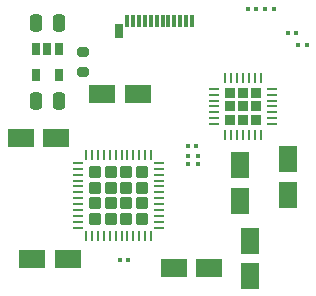
<source format=gbr>
%TF.GenerationSoftware,KiCad,Pcbnew,6.0.9*%
%TF.CreationDate,2022-12-15T21:25:06+01:00*%
%TF.ProjectId,Expansion_Card,45787061-6e73-4696-9f6e-5f436172642e,X1*%
%TF.SameCoordinates,Original*%
%TF.FileFunction,Paste,Top*%
%TF.FilePolarity,Positive*%
%FSLAX46Y46*%
G04 Gerber Fmt 4.6, Leading zero omitted, Abs format (unit mm)*
G04 Created by KiCad (PCBNEW 6.0.9) date 2022-12-15 21:25:06*
%MOMM*%
%LPD*%
G01*
G04 APERTURE LIST*
G04 Aperture macros list*
%AMRoundRect*
0 Rectangle with rounded corners*
0 $1 Rounding radius*
0 $2 $3 $4 $5 $6 $7 $8 $9 X,Y pos of 4 corners*
0 Add a 4 corners polygon primitive as box body*
4,1,4,$2,$3,$4,$5,$6,$7,$8,$9,$2,$3,0*
0 Add four circle primitives for the rounded corners*
1,1,$1+$1,$2,$3*
1,1,$1+$1,$4,$5*
1,1,$1+$1,$6,$7*
1,1,$1+$1,$8,$9*
0 Add four rect primitives between the rounded corners*
20,1,$1+$1,$2,$3,$4,$5,0*
20,1,$1+$1,$4,$5,$6,$7,0*
20,1,$1+$1,$6,$7,$8,$9,0*
20,1,$1+$1,$8,$9,$2,$3,0*%
G04 Aperture macros list end*
%ADD10RoundRect,0.250000X-0.285000X-0.285000X0.285000X-0.285000X0.285000X0.285000X-0.285000X0.285000X0*%
%ADD11RoundRect,0.062500X-0.337500X-0.062500X0.337500X-0.062500X0.337500X0.062500X-0.337500X0.062500X0*%
%ADD12RoundRect,0.062500X-0.062500X-0.337500X0.062500X-0.337500X0.062500X0.337500X-0.062500X0.337500X0*%
%ADD13RoundRect,0.225000X-0.225000X-0.225000X0.225000X-0.225000X0.225000X0.225000X-0.225000X0.225000X0*%
%ADD14RoundRect,0.079500X-0.100500X0.079500X-0.100500X-0.079500X0.100500X-0.079500X0.100500X0.079500X0*%
%ADD15RoundRect,0.079500X0.079500X0.100500X-0.079500X0.100500X-0.079500X-0.100500X0.079500X-0.100500X0*%
%ADD16RoundRect,0.079500X0.100500X-0.079500X0.100500X0.079500X-0.100500X0.079500X-0.100500X-0.079500X0*%
%ADD17RoundRect,0.079500X-0.079500X-0.100500X0.079500X-0.100500X0.079500X0.100500X-0.079500X0.100500X0*%
%ADD18R,1.600000X2.200000*%
%ADD19R,2.200000X1.600000*%
%ADD20RoundRect,0.200000X-0.275000X0.200000X-0.275000X-0.200000X0.275000X-0.200000X0.275000X0.200000X0*%
%ADD21RoundRect,0.250000X0.250000X0.475000X-0.250000X0.475000X-0.250000X-0.475000X0.250000X-0.475000X0*%
%ADD22R,0.650000X1.060000*%
%ADD23R,0.700000X1.150000*%
%ADD24R,0.380000X1.000000*%
G04 APERTURE END LIST*
D10*
%TO.C,U3*%
X138505000Y-145780000D03*
X138505000Y-144460000D03*
X134545000Y-144460000D03*
X137185000Y-144460000D03*
X135865000Y-145780000D03*
X138505000Y-143140000D03*
X137185000Y-143140000D03*
X137185000Y-145780000D03*
X135865000Y-144460000D03*
X135865000Y-141820000D03*
X134545000Y-143140000D03*
X134545000Y-141820000D03*
X138505000Y-141820000D03*
X134545000Y-145780000D03*
X135865000Y-143140000D03*
X137185000Y-141820000D03*
D11*
X133075000Y-141050000D03*
X133075000Y-141550000D03*
X133075000Y-142050000D03*
X133075000Y-142550000D03*
X133075000Y-143050000D03*
X133075000Y-143550000D03*
X133075000Y-144050000D03*
X133075000Y-144550000D03*
X133075000Y-145050000D03*
X133075000Y-145550000D03*
X133075000Y-146050000D03*
X133075000Y-146550000D03*
D12*
X133775000Y-147250000D03*
X134275000Y-147250000D03*
X134775000Y-147250000D03*
X135275000Y-147250000D03*
X135775000Y-147250000D03*
X136275000Y-147250000D03*
X136775000Y-147250000D03*
X137275000Y-147250000D03*
X137775000Y-147250000D03*
X138275000Y-147250000D03*
X138775000Y-147250000D03*
X139275000Y-147250000D03*
D11*
X139975000Y-146550000D03*
X139975000Y-146050000D03*
X139975000Y-145550000D03*
X139975000Y-145050000D03*
X139975000Y-144550000D03*
X139975000Y-144050000D03*
X139975000Y-143550000D03*
X139975000Y-143050000D03*
X139975000Y-142550000D03*
X139975000Y-142050000D03*
X139975000Y-141550000D03*
X139975000Y-141050000D03*
D12*
X139275000Y-140350000D03*
X138775000Y-140350000D03*
X138275000Y-140350000D03*
X137775000Y-140350000D03*
X137275000Y-140350000D03*
X136775000Y-140350000D03*
X136275000Y-140350000D03*
X135775000Y-140350000D03*
X135275000Y-140350000D03*
X134775000Y-140350000D03*
X134275000Y-140350000D03*
X133775000Y-140350000D03*
%TD*%
D13*
%TO.C,U2*%
X147050000Y-136275000D03*
X145930000Y-135155000D03*
X148170000Y-136275000D03*
X145930000Y-137395000D03*
X148170000Y-137395000D03*
X145930000Y-136275000D03*
X147050000Y-135155000D03*
X147050000Y-137395000D03*
X148170000Y-135155000D03*
D11*
X144600000Y-134775000D03*
X144600000Y-135275000D03*
X144600000Y-135775000D03*
X144600000Y-136275000D03*
X144600000Y-136775000D03*
X144600000Y-137275000D03*
X144600000Y-137775000D03*
D12*
X145550000Y-138725000D03*
X146050000Y-138725000D03*
X146550000Y-138725000D03*
X147050000Y-138725000D03*
X147550000Y-138725000D03*
X148050000Y-138725000D03*
X148550000Y-138725000D03*
D11*
X149500000Y-137775000D03*
X149500000Y-137275000D03*
X149500000Y-136775000D03*
X149500000Y-136275000D03*
X149500000Y-135775000D03*
X149500000Y-135275000D03*
X149500000Y-134775000D03*
D12*
X148550000Y-133825000D03*
X148050000Y-133825000D03*
X147550000Y-133825000D03*
X147050000Y-133825000D03*
X146550000Y-133825000D03*
X146050000Y-133825000D03*
X145550000Y-133825000D03*
%TD*%
D14*
%TO.C,R23*%
X143225000Y-140455000D03*
X143225000Y-141145000D03*
%TD*%
D15*
%TO.C,R22*%
X137345000Y-149250000D03*
X136655000Y-149250000D03*
%TD*%
D16*
%TO.C,R21*%
X142400000Y-141145000D03*
X142400000Y-140455000D03*
%TD*%
D17*
%TO.C,R4*%
X143095000Y-139625000D03*
X142405000Y-139625000D03*
%TD*%
%TO.C,R3*%
X148145000Y-128000000D03*
X147455000Y-128000000D03*
%TD*%
%TO.C,R2*%
X150830000Y-130050000D03*
X151520000Y-130050000D03*
%TD*%
D15*
%TO.C,D2*%
X148955000Y-128000000D03*
X149645000Y-128000000D03*
%TD*%
%TO.C,D1*%
X151755000Y-131050000D03*
X152445000Y-131050000D03*
%TD*%
D18*
%TO.C,C19*%
X147625000Y-150625000D03*
X147625000Y-147625000D03*
%TD*%
D19*
%TO.C,C16*%
X135150000Y-135200000D03*
X138150000Y-135200000D03*
%TD*%
%TO.C,C15*%
X131225000Y-138975000D03*
X128225000Y-138975000D03*
%TD*%
D18*
%TO.C,C6*%
X150875000Y-143750000D03*
X150875000Y-140750000D03*
%TD*%
%TO.C,C5*%
X146775000Y-141250000D03*
X146775000Y-144250000D03*
%TD*%
D19*
%TO.C,C4*%
X141200000Y-149975000D03*
X144200000Y-149975000D03*
%TD*%
%TO.C,C3*%
X132225000Y-149150000D03*
X129225000Y-149150000D03*
%TD*%
D20*
%TO.C,R1*%
X133540000Y-131675000D03*
X133540000Y-133325000D03*
%TD*%
D21*
%TO.C,C2*%
X131450000Y-135802000D03*
X129550000Y-135802000D03*
%TD*%
D22*
%TO.C,U1*%
X131450000Y-131400000D03*
X130500000Y-131400000D03*
X129550000Y-131400000D03*
X129550000Y-133600000D03*
X131450000Y-133600000D03*
%TD*%
D21*
%TO.C,C1*%
X129550000Y-129198000D03*
X131450000Y-129198000D03*
%TD*%
D23*
%TO.C,P1*%
X136580000Y-129880000D03*
D24*
X142750000Y-129040000D03*
X142250000Y-129040000D03*
X141750000Y-129040000D03*
X141250000Y-129040000D03*
X140750000Y-129040000D03*
X140250000Y-129040000D03*
X139750000Y-129040000D03*
X139250000Y-129040000D03*
X138750000Y-129040000D03*
X138250000Y-129040000D03*
X137750000Y-129040000D03*
X137250000Y-129040000D03*
%TD*%
M02*

</source>
